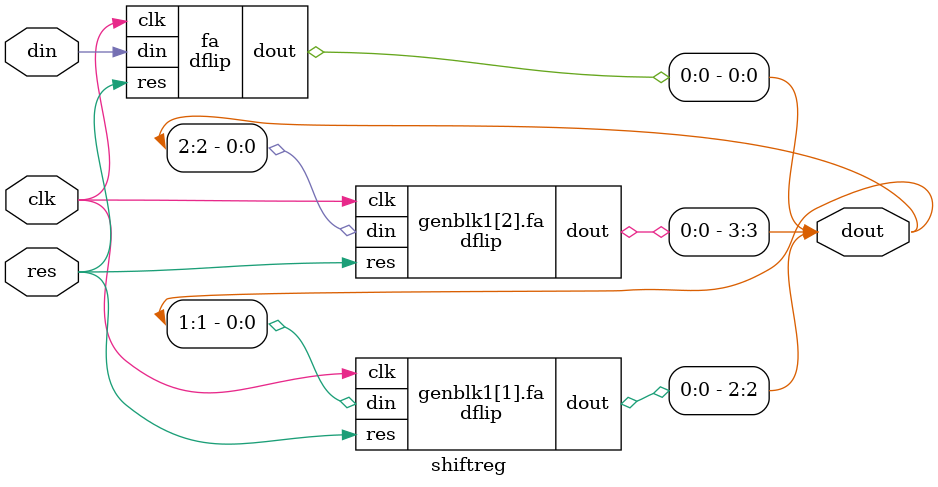
<source format=v>
module dflip(
    input din,
    input clk,
    input res,
    output reg dout
);

always @(res == 1) begin
    dout <=0;
end

always @(negedge clk) begin
    dout = din;
end

endmodule

module shiftreg (
  input din,
  input clk,
  input res,
  output [3:0] dout
);
  genvar i;
  
  generate
    dflip fa (
        .din(din),
        .clk(clk),
        .res(res),
        .dout(dout[0])
      );
    for (i = 1; i < 3; i = i + 1) begin
      dflip fa (
        .din(dout[i]),
        .clk(clk),
        .res(res),
        .dout(dout[i + 1])
      );
    end
  endgenerate

endmodule

</source>
